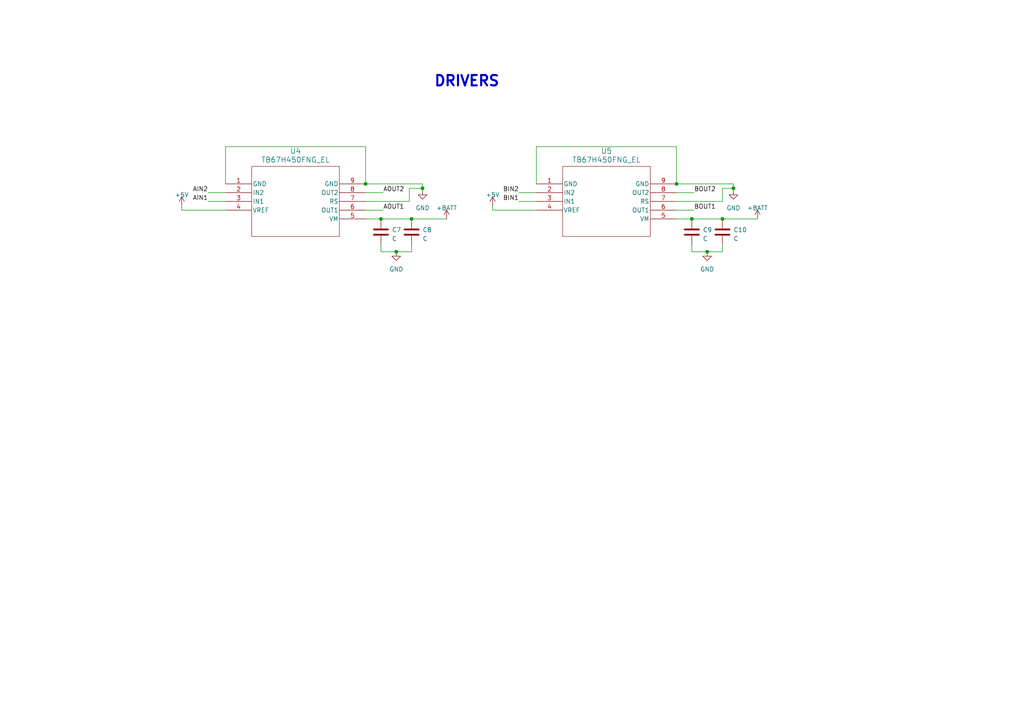
<source format=kicad_sch>
(kicad_sch (version 20230121) (generator eeschema)
  (paper "A4")
  (lib_symbols
    (symbol "2023-08-25_03-42-01:TB67H450FNG_EL" (pin_names (offset 0.254))
      (property "Reference" "U" (at 20.32 10.16 0))
      (property "Value" "TB67H450FNG_EL" (at 20.32 7.62 0))
      (symbol "TB67H450FNG_EL_0_1"
        (polyline (pts (xy 7.62 -15.24) (xy 33.02 -15.24)) (stroke (width 0.127)))
        (polyline (pts (xy 7.62 5.08) (xy 7.62 -15.24)) (stroke (width 0.127)))
        (polyline (pts (xy 33.02 -15.24) (xy 33.02 5.08)) (stroke (width 0.127)))
        (polyline (pts (xy 33.02 5.08) (xy 7.62 5.08)) (stroke (width 0.127)))
        (pin power_out line (at 0 0 0) (length 7.62) (name "GND") (number "1"))
        (pin input line (at 0 -2.54 0) (length 7.62) (name "IN2") (number "2"))
        (pin input line (at 0 -5.08 0) (length 7.62) (name "IN1") (number "3"))
        (pin power_in line (at 0 -7.62 0) (length 7.62) (name "VREF") (number "4"))
        (pin unspecified line (at 40.64 -10.16 180) (length 7.62) (name "VM") (number "5"))
        (pin output line (at 40.64 -7.62 180) (length 7.62) (name "OUT1") (number "6"))
        (pin unspecified line (at 40.64 -5.08 180) (length 7.62) (name "RS") (number "7"))
        (pin output line (at 40.64 -2.54 180) (length 7.62) (name "OUT2") (number "8"))
        (pin power_out line (at 40.64 0 180) (length 7.62) (name "GND") (number "9"))
      )
    )
    (symbol "Device:C" (pin_numbers hide) (pin_names (offset 0.254))
      (property "Reference" "C" (at 0.635 2.54 0))
      (property "Value" "C" (at 0.635 -2.54 0))
      (symbol "C_0_1"
        (polyline (pts (xy -2.032 -0.762) (xy 2.032 -0.762)) (stroke (width 0.508)))
        (polyline (pts (xy -2.032 0.762) (xy 2.032 0.762)) (stroke (width 0.508)))
      )
      (symbol "C_1_1"
        (pin passive line (at 0 3.81 270) (length 2.794) (name "~") (number "1"))
        (pin passive line (at 0 -3.81 90) (length 2.794) (name "~") (number "2"))
      )
    )
    (symbol "power:+5V" (power) (pin_names (offset 0))
      (property "Value" "+5V" (at 0 3.556 0))
      (symbol "+5V_0_1"
        (polyline (pts (xy -0.762 1.27) (xy 0 2.54)))
        (polyline (pts (xy 0 0) (xy 0 2.54)))
        (polyline (pts (xy 0 2.54) (xy 0.762 1.27)))
      )
      (symbol "+5V_1_1"
        (pin power_in line (at 0 0 90) (length 0) hide (name "+5V") (number "1"))
      )
    )
    (symbol "power:+BATT" (power) (pin_names (offset 0))
      (property "Value" "+BATT" (at 0 3.556 0))
      (symbol "+BATT_0_1"
        (polyline (pts (xy -0.762 1.27) (xy 0 2.54)))
        (polyline (pts (xy 0 0) (xy 0 2.54)))
        (polyline (pts (xy 0 2.54) (xy 0.762 1.27)))
      )
      (symbol "+BATT_1_1"
        (pin power_in line (at 0 0 90) (length 0) hide (name "+BATT") (number "1"))
      )
    )
    (symbol "power:GND" (power) (pin_names (offset 0))
      (property "Value" "GND" (at 0 -3.81 0))
      (symbol "GND_0_1"
        (polyline (pts (xy 0 0) (xy 0 -1.27) (xy 1.27 -1.27) (xy 0 -2.54) (xy -1.27 -1.27) (xy 0 -1.27)))
      )
      (symbol "GND_1_1"
        (pin power_in line (at 0 0 270) (length 0) hide (name "GND") (number "1"))
      )
    )
  )
  (junction (at 114.935 73.025))
  (junction (at 119.38 63.5))
  (junction (at 110.49 63.5))
  (junction (at 106.045 53.34))
  (junction (at 200.66 63.5))
  (junction (at 212.725 54.61))
  (junction (at 122.555 54.61))
  (junction (at 209.55 63.5))
  (junction (at 196.215 53.34))
  (junction (at 205.105 73.025))
  (wire (pts (xy 60.325 55.88) (xy 65.405 55.88)))
  (wire (pts (xy 196.215 58.42) (xy 209.55 58.42)))
  (wire (pts (xy 155.575 53.34) (xy 155.575 42.545)))
  (wire (pts (xy 106.045 60.96) (xy 111.125 60.96)))
  (wire (pts (xy 209.55 58.42) (xy 209.55 54.61)))
  (wire (pts (xy 114.935 73.025) (xy 119.38 73.025)))
  (wire (pts (xy 65.405 42.545) (xy 106.045 42.545)))
  (wire (pts (xy 155.575 60.96) (xy 142.875 60.96)))
  (wire (pts (xy 200.66 71.12) (xy 200.66 73.025)))
  (wire (pts (xy 65.405 60.96) (xy 52.705 60.96)))
  (wire (pts (xy 209.55 63.5) (xy 219.71 63.5)))
  (wire (pts (xy 196.215 53.34) (xy 212.725 53.34)))
  (wire (pts (xy 119.38 63.5) (xy 129.54 63.5)))
  (wire (pts (xy 212.725 53.34) (xy 212.725 54.61)))
  (wire (pts (xy 196.215 63.5) (xy 200.66 63.5)))
  (wire (pts (xy 52.705 59.69) (xy 52.705 60.96)))
  (wire (pts (xy 212.725 54.61) (xy 212.725 55.245)))
  (wire (pts (xy 106.045 42.545) (xy 106.045 53.34)))
  (wire (pts (xy 200.66 63.5) (xy 209.55 63.5)))
  (wire (pts (xy 118.745 54.61) (xy 122.555 54.61)))
  (wire (pts (xy 196.215 60.96) (xy 201.295 60.96)))
  (wire (pts (xy 196.215 55.88) (xy 201.295 55.88)))
  (wire (pts (xy 209.55 54.61) (xy 212.725 54.61)))
  (wire (pts (xy 209.55 73.025) (xy 209.55 71.12)))
  (wire (pts (xy 205.105 73.025) (xy 209.55 73.025)))
  (wire (pts (xy 122.555 54.61) (xy 122.555 55.245)))
  (wire (pts (xy 110.49 73.025) (xy 114.935 73.025)))
  (wire (pts (xy 142.875 59.69) (xy 142.875 60.96)))
  (wire (pts (xy 119.38 73.025) (xy 119.38 71.12)))
  (wire (pts (xy 60.325 58.42) (xy 65.405 58.42)))
  (wire (pts (xy 106.045 63.5) (xy 110.49 63.5)))
  (wire (pts (xy 122.555 53.34) (xy 122.555 54.61)))
  (wire (pts (xy 106.045 58.42) (xy 118.745 58.42)))
  (wire (pts (xy 196.215 42.545) (xy 196.215 53.34)))
  (wire (pts (xy 150.495 55.88) (xy 155.575 55.88)))
  (wire (pts (xy 110.49 71.12) (xy 110.49 73.025)))
  (wire (pts (xy 106.045 55.88) (xy 111.125 55.88)))
  (wire (pts (xy 155.575 42.545) (xy 196.215 42.545)))
  (wire (pts (xy 65.405 53.34) (xy 65.405 42.545)))
  (wire (pts (xy 118.745 58.42) (xy 118.745 54.61)))
  (wire (pts (xy 106.045 53.34) (xy 122.555 53.34)))
  (wire (pts (xy 200.66 73.025) (xy 205.105 73.025)))
  (wire (pts (xy 110.49 63.5) (xy 119.38 63.5)))
  (wire (pts (xy 150.495 58.42) (xy 155.575 58.42)))
  (text "DRIVERS" (at 125.73 25.4 0) (effects (font (size 3 3) (thickness 0.6) bold) (justify left bottom)))
  (label "BOUT1" (at 201.295 60.96 0))
  (label "AOUT2" (at 111.125 55.88 0))
  (label "BOUT2" (at 201.295 55.88 0))
  (label "AOUT1" (at 111.125 60.96 0))
  (label "AIN1" (at 60.325 58.42 180))
  (label "BIN1" (at 150.495 58.42 180))
  (label "BIN2" (at 150.495 55.88 180))
  (label "AIN2" (at 60.325 55.88 180))
  (symbol (lib_id "2023-08-25_03-42-01:TB67H450FNG_EL") (at 65.405 53.34 0) (unit 1)
    (property "Reference" "U4" (at 85.725 43.815 0) (effects (font (size 1.524 1.524))))
    (property "Value" "TB67H450FNG_EL" (at 85.725 46.355 0) (effects (font (size 1.524 1.524))))
    (property "Footprint" "P-HSOP8-0405-1p27-002_TOS" (effects hide))
    (property "Datasheet" "TB67H450FNG_EL" (effects hide))
  )
  (symbol (lib_id "Device:C") (at 110.49 67.31 0) (unit 1)
    (property "Reference" "C7" (at 113.665 66.675 0) (effects (justify left)))
    (property "Value" "C" (at 113.665 69.215 0) (effects (justify left)))
  )
  (symbol (lib_id "power:+BATT") (at 129.54 63.5 0) (unit 1)
    (property "Reference" "#PWR026" (effects hide))
    (property "Value" "+BATT" (at 129.54 60.325 0))
    (instances (project "Sendo_X_Bati" (path "" (reference "#PWR026") (unit 1)) (path "" (reference "#PWR027") (unit 1))))
  )
  (symbol (lib_id "power:+5V") (at 142.875 59.69 0) (unit 1)
    (property "Reference" "#PWR028" (effects hide))
    (property "Value" "+5V" (at 142.875 56.515 0))
  )
  (symbol (lib_id "power:GND") (at 212.725 55.245 0) (unit 1)
    (property "Reference" "#PWR030" (effects hide))
    (property "Value" "GND" (at 212.725 60.325 0))
  )
  (symbol (lib_id "Device:C") (at 200.66 67.31 0) (unit 1)
    (property "Reference" "C9" (at 203.835 66.675 0) (effects (justify left)))
    (property "Value" "C" (at 203.835 69.215 0) (effects (justify left)))
  )
  (symbol (lib_id "Device:C") (at 119.38 67.31 0) (unit 1)
    (property "Reference" "C8" (at 122.555 66.675 0) (effects (justify left)))
    (property "Value" "C" (at 122.555 69.215 0) (effects (justify left)))
  )
  (symbol (lib_id "power:GND") (at 114.935 73.025 0) (unit 1)
    (property "Reference" "#PWR027" (effects hide))
    (property "Value" "GND" (at 114.935 78.105 0))
    (instances (project "Sendo_X_Bati" (path "" (reference "#PWR027") (unit 1)) (path "" (reference "#PWR025") (unit 1))))
  )
  (symbol (lib_id "power:GND") (at 205.105 73.025 0) (unit 1)
    (property "Reference" "#PWR029" (effects hide))
    (property "Value" "GND" (at 205.105 78.105 0))
  )
  (symbol (lib_id "2023-08-25_03-42-01:TB67H450FNG_EL") (at 155.575 53.34 0) (unit 1)
    (property "Reference" "U5" (at 175.895 43.815 0) (effects (font (size 1.524 1.524))))
    (property "Value" "TB67H450FNG_EL" (at 175.895 46.355 0) (effects (font (size 1.524 1.524))))
    (property "Footprint" "P-HSOP8-0405-1p27-002_TOS" (effects hide))
    (property "Datasheet" "TB67H450FNG_EL" (effects hide))
  )
  (symbol (lib_id "power:+5V") (at 52.705 59.69 0) (unit 1)
    (property "Reference" "#PWR025" (effects hide))
    (property "Value" "+5V" (at 52.705 56.515 0))
    (instances (project "Sendo_X_Bati" (path "" (reference "#PWR025") (unit 1)) (path "" (reference "#PWR024") (unit 1))))
  )
  (symbol (lib_id "power:+BATT") (at 219.71 63.5 0) (unit 1)
    (property "Reference" "#PWR031" (effects hide))
    (property "Value" "+BATT" (at 219.71 60.325 0))
  )
  (symbol (lib_id "power:GND") (at 122.555 55.245 0) (unit 1)
    (property "Reference" "#PWR024" (effects hide))
    (property "Value" "GND" (at 122.555 60.325 0))
    (instances (project "Sendo_X_Bati" (path "" (reference "#PWR024") (unit 1)) (path "" (reference "#PWR026") (unit 1))))
  )
  (symbol (lib_id "Device:C") (at 209.55 67.31 0) (unit 1)
    (property "Reference" "C10" (at 212.725 66.675 0) (effects (justify left)))
    (property "Value" "C" (at 212.725 69.215 0) (effects (justify left)))
  )
)
</source>
